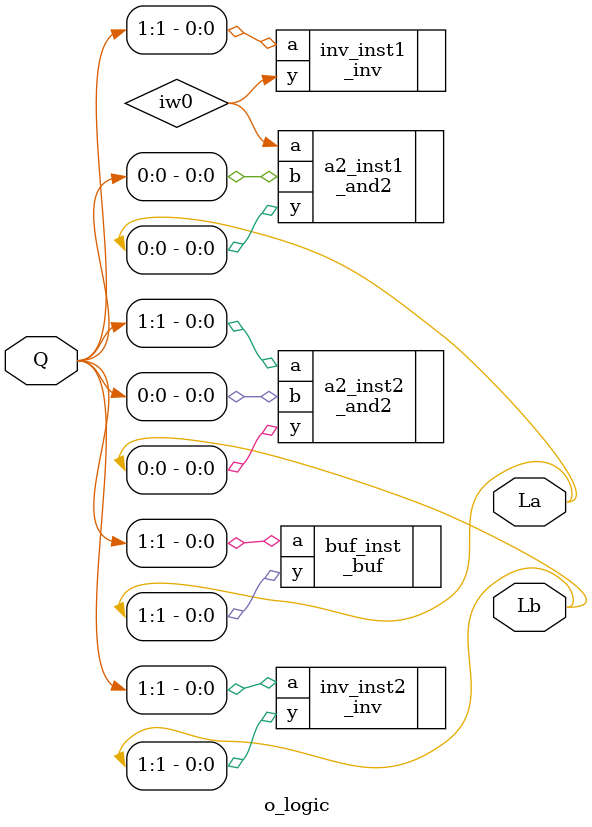
<source format=v>
module o_logic(Q, La, Lb);
  input [1:0] Q;
  output [1:0] La, Lb;
  wire iw0, iw1;
  
  //La1
  _buf buf_inst(.a(Q[1]), .y(La[1]));
  
  //La0
  _inv inv_inst1(.a(Q[1]), .y(iw0));
  _and2 a2_inst1(.a(iw0), .b(Q[0]), .y(La[0]));
  
  //Lb1
  _inv inv_inst2(.a(Q[1]), .y(Lb[1]));
  
  //Lb0
  _and2 a2_inst2(.a(Q[1]), .b(Q[0]), .y(Lb[0]));
		
endmodule

</source>
